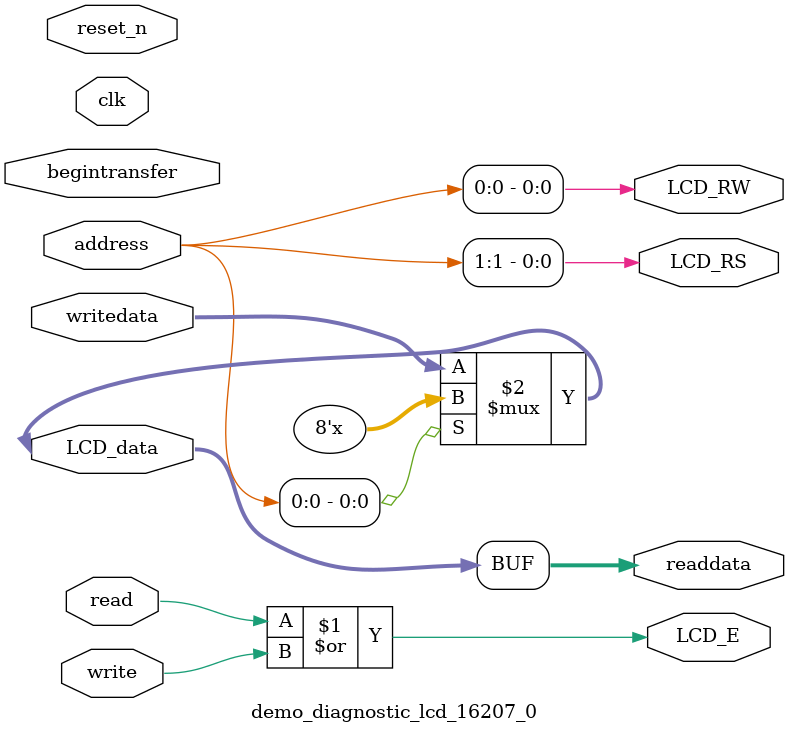
<source format=v>

`timescale 1ns / 1ps
// synthesis translate_on

// turn off superfluous verilog processor warnings 
// altera message_level Level1 
// altera message_off 10034 10035 10036 10037 10230 10240 10030 

module demo_diagnostic_lcd_16207_0 (
                                     // inputs:
                                      address,
                                      begintransfer,
                                      clk,
                                      read,
                                      reset_n,
                                      write,
                                      writedata,

                                     // outputs:
                                      LCD_E,
                                      LCD_RS,
                                      LCD_RW,
                                      LCD_data,
                                      readdata
                                   )
;

  output           LCD_E;
  output           LCD_RS;
  output           LCD_RW;
  inout   [  7: 0] LCD_data;
  output  [  7: 0] readdata;
  input   [  1: 0] address;
  input            begintransfer;
  input            clk;
  input            read;
  input            reset_n;
  input            write;
  input   [  7: 0] writedata;


wire             LCD_E;
wire             LCD_RS;
wire             LCD_RW;
wire    [  7: 0] LCD_data;
wire    [  7: 0] readdata;
  assign LCD_RW = address[0];
  assign LCD_RS = address[1];
  assign LCD_E = read | write;
  assign LCD_data = (address[0]) ? {8{1'bz}} : writedata;
  assign readdata = LCD_data;
  //control_slave, which is an e_avalon_slave

endmodule


</source>
